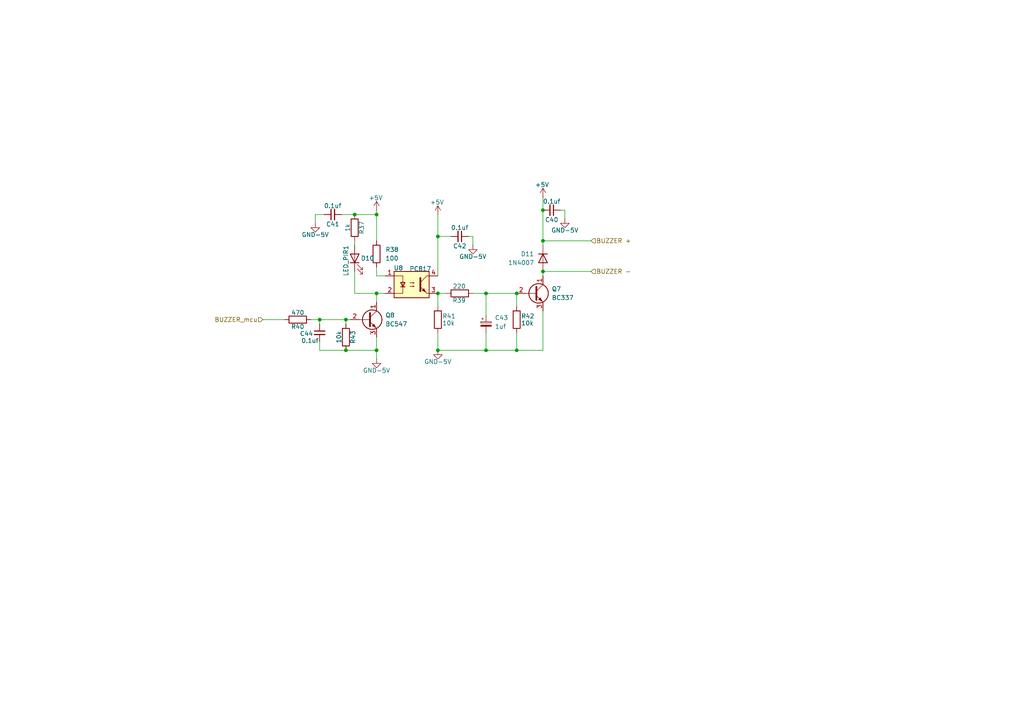
<source format=kicad_sch>
(kicad_sch (version 20250114) (generator "eeschema") (generator_version "9.0")
  (paper "A4")
  (lib_symbols
    (symbol "Device:C_Polarized_Small" (pin_numbers (hide yes)) (pin_names (offset 0.254) (hide yes))
      (property "Reference" "C" (at 0.254 1.778 0))
      (property "Value" "C_Polarized_Small" (at 0.254 -2.032 0))
      (symbol "C_Polarized_Small_0_1"
        (rectangle (start -1.524 0.6858) (end 1.524 0.3048))
        (rectangle (start -1.524 -0.3048) (end 1.524 -0.6858) (fill (type outline)))
        (polyline (pts (xy -1.27 1.524) (xy -0.762 1.524)))
        (polyline (pts (xy -1.016 1.27) (xy -1.016 1.778)))
      )
      (symbol "C_Polarized_Small_1_1"
        (pin passive line (at 0 2.54 270) (length 1.8542) (name "~") (number "1"))
        (pin passive line (at 0 -2.54 90) (length 1.8542) (name "~") (number "2"))
      )
    )
    (symbol "Device:C_Small" (pin_numbers (hide yes)) (pin_names (offset 0.254) (hide yes))
      (property "Reference" "C" (at 0.254 1.778 0))
      (property "Value" "C_Small" (at 0.254 -2.032 0))
      (symbol "C_Small_0_1"
        (polyline (pts (xy -1.524 0.508) (xy 1.524 0.508)) (stroke (width 0.3048)))
        (polyline (pts (xy -1.524 -0.508) (xy 1.524 -0.508)) (stroke (width 0.3302)))
      )
      (symbol "C_Small_1_1"
        (pin passive line (at 0 2.54 270) (length 2.032) (name "~") (number "1"))
        (pin passive line (at 0 -2.54 90) (length 2.032) (name "~") (number "2"))
      )
    )
    (symbol "Device:LED" (pin_numbers (hide yes)) (pin_names (offset 1.016) (hide yes))
      (property "Reference" "D" (at 0 2.54 0))
      (property "Value" "LED" (at 0 -2.54 0))
      (symbol "LED_0_1"
        (polyline (pts (xy -3.048 -0.762) (xy -4.572 -2.286) (xy -3.81 -2.286) (xy -4.572 -2.286) (xy -4.572 -1.524)))
        (polyline (pts (xy -1.778 -0.762) (xy -3.302 -2.286) (xy -2.54 -2.286) (xy -3.302 -2.286) (xy -3.302 -1.524)))
        (polyline (pts (xy -1.27 0) (xy 1.27 0)))
        (polyline (pts (xy -1.27 -1.27) (xy -1.27 1.27)) (stroke (width 0.254)))
        (polyline (pts (xy 1.27 -1.27) (xy 1.27 1.27) (xy -1.27 0) (xy 1.27 -1.27)) (stroke (width 0.254)))
      )
      (symbol "LED_1_1"
        (pin passive line (at -3.81 0 0) (length 2.54) (name "K") (number "1"))
        (pin passive line (at 3.81 0 180) (length 2.54) (name "A") (number "2"))
      )
    )
    (symbol "Device:R" (pin_numbers (hide yes)) (pin_names (offset 0))
      (property "Reference" "R" (at 2.032 0 90))
      (property "Value" "R" (at 0 0 90))
      (symbol "R_0_1"
        (rectangle (start -1.016 -2.54) (end 1.016 2.54) (stroke (width 0.254)))
      )
      (symbol "R_1_1"
        (pin passive line (at 0 3.81 270) (length 1.27) (name "~") (number "1"))
        (pin passive line (at 0 -3.81 90) (length 1.27) (name "~") (number "2"))
      )
    )
    (symbol "Diode:1N4007" (pin_numbers (hide yes)) (pin_names (hide yes))
      (property "Reference" "D" (at 0 2.54 0))
      (property "Value" "1N4007" (at 0 -2.54 0))
      (symbol "1N4007_0_1"
        (polyline (pts (xy -1.27 1.27) (xy -1.27 -1.27)) (stroke (width 0.254)))
        (polyline (pts (xy 1.27 1.27) (xy 1.27 -1.27) (xy -1.27 0) (xy 1.27 1.27)) (stroke (width 0.254)))
        (polyline (pts (xy 1.27 0) (xy -1.27 0)))
      )
      (symbol "1N4007_1_1"
        (pin passive line (at -3.81 0 0) (length 2.54) (name "K") (number "1"))
        (pin passive line (at 3.81 0 180) (length 2.54) (name "A") (number "2"))
      )
    )
    (symbol "Isolator:PC817" (pin_names (offset 1.016))
      (property "Reference" "U" (at -5.08 5.08 0))
      (property "Value" "PC817" (at 0 5.08 0))
      (symbol "PC817_0_1"
        (rectangle (start -5.08 3.81) (end 5.08 -3.81) (stroke (width 0.254)) (fill (type background)))
        (polyline (pts (xy -5.08 2.54) (xy -2.54 2.54) (xy -2.54 -0.635)))
        (polyline (pts (xy -3.175 -0.635) (xy -1.905 -0.635)) (stroke (width 0.254)))
        (polyline (pts (xy -2.54 -0.635) (xy -2.54 -2.54) (xy -5.08 -2.54)))
        (polyline (pts (xy -2.54 -0.635) (xy -3.175 0.635) (xy -1.905 0.635) (xy -2.54 -0.635)) (stroke (width 0.254)))
        (polyline (pts (xy -0.508 0.508) (xy 0.762 0.508) (xy 0.381 0.381) (xy 0.381 0.635) (xy 0.762 0.508)))
        (polyline (pts (xy -0.508 -0.508) (xy 0.762 -0.508) (xy 0.381 -0.635) (xy 0.381 -0.381) (xy 0.762 -0.508)))
        (polyline (pts (xy 2.54 1.905) (xy 2.54 -1.905) (xy 2.54 -1.905)) (stroke (width 0.508)))
        (polyline (pts (xy 2.54 0.635) (xy 4.445 2.54)))
        (polyline (pts (xy 3.048 -1.651) (xy 3.556 -1.143) (xy 4.064 -2.159) (xy 3.048 -1.651) (xy 3.048 -1.651)) (fill (type outline)))
        (polyline (pts (xy 4.445 2.54) (xy 5.08 2.54)))
        (polyline (pts (xy 4.445 -2.54) (xy 2.54 -0.635)) (fill (type outline)))
        (polyline (pts (xy 4.445 -2.54) (xy 5.08 -2.54)))
      )
      (symbol "PC817_1_1"
        (pin passive line (at -7.62 2.54 0) (length 2.54) (name "~") (number "1"))
        (pin passive line (at -7.62 -2.54 0) (length 2.54) (name "~") (number "2"))
        (pin passive line (at 7.62 2.54 180) (length 2.54) (name "~") (number "4"))
        (pin passive line (at 7.62 -2.54 180) (length 2.54) (name "~") (number "3"))
      )
    )
    (symbol "Transistor_BJT:BC337" (pin_names (offset 0) (hide yes))
      (property "Reference" "Q" (at 5.08 1.905 0))
      (property "Value" "BC337" (at 5.08 0 0))
      (symbol "BC337_0_1"
        (polyline (pts (xy -2.54 0) (xy 0.635 0)))
        (polyline (pts (xy 0.635 1.905) (xy 0.635 -1.905)) (stroke (width 0.508)))
        (circle (center 1.27 0) (radius 2.8194) (stroke (width 0.254)))
      )
      (symbol "BC337_1_1"
        (polyline (pts (xy 0.635 0.635) (xy 2.54 2.54)))
        (polyline (pts (xy 0.635 -0.635) (xy 2.54 -2.54)))
        (polyline (pts (xy 1.27 -1.778) (xy 1.778 -1.27) (xy 2.286 -2.286) (xy 1.27 -1.778)) (fill (type outline)))
        (pin input line (at -5.08 0 0) (length 2.54) (name "B") (number "2"))
        (pin passive line (at 2.54 5.08 270) (length 2.54) (name "C") (number "1"))
        (pin passive line (at 2.54 -5.08 90) (length 2.54) (name "E") (number "3"))
      )
    )
    (symbol "Transistor_BJT:BC547" (pin_names (offset 0) (hide yes))
      (property "Reference" "Q" (at 5.08 1.905 0))
      (property "Value" "BC547" (at 5.08 0 0))
      (symbol "BC547_0_1"
        (polyline (pts (xy -2.54 0) (xy 0.635 0)))
        (polyline (pts (xy 0.635 1.905) (xy 0.635 -1.905)) (stroke (width 0.508)))
        (circle (center 1.27 0) (radius 2.8194) (stroke (width 0.254)))
      )
      (symbol "BC547_1_1"
        (polyline (pts (xy 0.635 0.635) (xy 2.54 2.54)))
        (polyline (pts (xy 0.635 -0.635) (xy 2.54 -2.54)))
        (polyline (pts (xy 1.27 -1.778) (xy 1.778 -1.27) (xy 2.286 -2.286) (xy 1.27 -1.778)) (fill (type outline)))
        (pin input line (at -5.08 0 0) (length 2.54) (name "B") (number "2"))
        (pin passive line (at 2.54 5.08 270) (length 2.54) (name "C") (number "1"))
        (pin passive line (at 2.54 -5.08 90) (length 2.54) (name "E") (number "3"))
      )
    )
    (symbol "power:+5V" (power) (pin_numbers (hide yes)) (pin_names (offset 0) (hide yes))
      (property "Value" "+5V" (at 0 3.556 0))
      (symbol "+5V_0_1"
        (polyline (pts (xy -0.762 1.27) (xy 0 2.54)))
        (polyline (pts (xy 0 2.54) (xy 0.762 1.27)))
        (polyline (pts (xy 0 0) (xy 0 2.54)))
      )
      (symbol "+5V_1_1"
        (pin power_in line (at 0 0 90) (length 0) (name "~") (number "1"))
      )
    )
    (symbol "power:GND" (power) (pin_numbers (hide yes)) (pin_names (offset 0) (hide yes))
      (property "Value" "GND" (at 0 -3.81 0))
      (symbol "GND_0_1"
        (polyline (pts (xy 0 0) (xy 0 -1.27) (xy 1.27 -1.27) (xy 0 -2.54) (xy -1.27 -1.27) (xy 0 -1.27)))
      )
      (symbol "GND_1_1"
        (pin power_in line (at 0 0 270) (length 0) (name "~") (number "1"))
      )
    )
  )
  (junction (at 149.86 101.6))
  (junction (at 140.97 85.09))
  (junction (at 157.48 60.96))
  (junction (at 109.22 62.23))
  (junction (at 100.33 101.6))
  (junction (at 127 68.58))
  (junction (at 127 101.6))
  (junction (at 92.71 92.71))
  (junction (at 157.48 69.85))
  (junction (at 100.33 92.71))
  (junction (at 109.22 85.09))
  (junction (at 149.86 85.09))
  (junction (at 140.97 101.6))
  (junction (at 157.48 78.74))
  (junction (at 109.22 101.6))
  (junction (at 127 85.09))
  (junction (at 102.87 62.23))
  (wire (pts (xy 100.33 92.71) (xy 101.6 92.71)))
  (wire (pts (xy 157.48 69.85) (xy 171.45 69.85)))
  (wire (pts (xy 99.06 62.23) (xy 102.87 62.23)))
  (wire (pts (xy 137.16 85.09) (xy 140.97 85.09)))
  (wire (pts (xy 92.71 92.71) (xy 92.71 93.98)))
  (wire (pts (xy 140.97 101.6) (xy 149.86 101.6)))
  (wire (pts (xy 157.48 101.6) (xy 149.86 101.6)))
  (wire (pts (xy 76.2 92.71) (xy 82.55 92.71)))
  (wire (pts (xy 149.86 85.09) (xy 140.97 85.09)))
  (wire (pts (xy 92.71 101.6) (xy 100.33 101.6)))
  (wire (pts (xy 140.97 96.52) (xy 140.97 101.6)))
  (wire (pts (xy 100.33 92.71) (xy 100.33 93.98)))
  (wire (pts (xy 149.86 96.52) (xy 149.86 101.6)))
  (wire (pts (xy 127 101.6) (xy 140.97 101.6)))
  (wire (pts (xy 102.87 62.23) (xy 109.22 62.23)))
  (wire (pts (xy 127 62.23) (xy 127 68.58)))
  (wire (pts (xy 91.44 64.77) (xy 91.44 62.23)))
  (wire (pts (xy 127 68.58) (xy 127 80.01)))
  (wire (pts (xy 157.48 78.74) (xy 157.48 80.01)))
  (wire (pts (xy 109.22 77.47) (xy 109.22 80.01)))
  (wire (pts (xy 157.48 57.15) (xy 157.48 60.96)))
  (wire (pts (xy 140.97 85.09) (xy 140.97 91.44)))
  (wire (pts (xy 109.22 62.23) (xy 109.22 69.85)))
  (wire (pts (xy 157.48 90.17) (xy 157.48 101.6)))
  (wire (pts (xy 102.87 78.74) (xy 102.87 85.09)))
  (wire (pts (xy 91.44 62.23) (xy 93.98 62.23)))
  (wire (pts (xy 109.22 101.6) (xy 109.22 104.14)))
  (wire (pts (xy 157.48 60.96) (xy 157.48 69.85)))
  (wire (pts (xy 157.48 69.85) (xy 157.48 71.12)))
  (wire (pts (xy 127 96.52) (xy 127 101.6)))
  (wire (pts (xy 90.17 92.71) (xy 92.71 92.71)))
  (wire (pts (xy 92.71 99.06) (xy 92.71 101.6)))
  (wire (pts (xy 137.16 71.12) (xy 137.16 68.58)))
  (wire (pts (xy 149.86 88.9) (xy 149.86 85.09)))
  (wire (pts (xy 127 85.09) (xy 127 88.9)))
  (wire (pts (xy 109.22 85.09) (xy 111.76 85.09)))
  (wire (pts (xy 171.45 78.74) (xy 157.48 78.74)))
  (wire (pts (xy 100.33 101.6) (xy 109.22 101.6)))
  (wire (pts (xy 109.22 97.79) (xy 109.22 101.6)))
  (wire (pts (xy 163.83 63.5) (xy 163.83 60.96)))
  (wire (pts (xy 163.83 60.96) (xy 162.56 60.96)))
  (wire (pts (xy 92.71 92.71) (xy 100.33 92.71)))
  (wire (pts (xy 102.87 69.85) (xy 102.87 71.12)))
  (wire (pts (xy 127 85.09) (xy 129.54 85.09)))
  (wire (pts (xy 127 68.58) (xy 130.81 68.58)))
  (wire (pts (xy 109.22 60.96) (xy 109.22 62.23)))
  (wire (pts (xy 109.22 80.01) (xy 111.76 80.01)))
  (wire (pts (xy 102.87 85.09) (xy 109.22 85.09)))
  (wire (pts (xy 109.22 87.63) (xy 109.22 85.09)))
  (wire (pts (xy 137.16 68.58) (xy 135.89 68.58)))
  (hierarchical_label "BUZZER -" (shape input) (at 171.45 78.74 0))
  (hierarchical_label "BUZZER +" (shape input) (at 171.45 69.85 0))
  (hierarchical_label "BUZZER_mcu" (shape input) (at 76.2 92.71 180))
  (symbol (lib_id "Device:R") (at 127 92.71 0) (unit 1)
    (property "Reference" "R41" (at 128.27 91.694 0) (effects (justify left)))
    (property "Value" "10k" (at 128.27 93.726 0) (effects (justify left)))
    (property "Footprint" "Resistor_THT:R_Axial_DIN0204_L3.6mm_D1.6mm_P7.62mm_Horizontal" (effects (hide yes)))
    (property "Description" "Resistor" (effects (hide yes)))
  )
  (symbol (lib_id "Device:R") (at 149.86 92.71 0) (unit 1)
    (property "Reference" "R42" (at 151.13 91.694 0) (effects (justify left)))
    (property "Value" "10k" (at 151.13 93.726 0) (effects (justify left)))
    (property "Footprint" "Resistor_THT:R_Axial_DIN0204_L3.6mm_D1.6mm_P7.62mm_Horizontal" (effects (hide yes)))
    (property "Description" "Resistor" (effects (hide yes)))
  )
  (symbol (lib_id "Device:R") (at 133.35 85.09 90) (unit 1)
    (property "Reference" "R39" (at 135.128 87.122 90) (effects (justify left)))
    (property "Value" "220" (at 135.128 83.058 90) (effects (justify left)))
    (property "Footprint" "Resistor_THT:R_Axial_DIN0204_L3.6mm_D1.6mm_P7.62mm_Horizontal" (effects (hide yes)))
    (property "Description" "Resistor" (effects (hide yes)))
  )
  (symbol (lib_id "power:GND") (at 137.16 71.12 0) (unit 1)
    (property "Reference" "#PWR072" (effects (hide yes)))
    (property "Value" "GND-5V" (at 137.16 74.422 0))
    (property "Description" "Power symbol creates a global label with name \"GND\" , ground" (effects (hide yes)))
  )
  (symbol (lib_id "power:+5V") (at 157.48 57.15 0) (unit 1)
    (property "Reference" "#PWR067" (effects (hide yes)))
    (property "Value" "+5V" (at 157.226 53.594 0))
    (property "Description" "Power symbol creates a global label with name \"+5V\"" (effects (hide yes)))
  )
  (symbol (lib_id "Device:R") (at 100.33 97.79 180) (unit 1)
    (property "Reference" "R43" (at 102.362 97.79 90))
    (property "Value" "10k" (at 98.298 97.79 90))
    (property "Footprint" "Resistor_THT:R_Axial_DIN0204_L3.6mm_D1.6mm_P7.62mm_Horizontal" (effects (hide yes)))
    (property "Description" "Resistor" (effects (hide yes)))
  )
  (symbol (lib_id "Device:LED") (at 102.87 74.93 90) (unit 1)
    (property "Reference" "D10" (at 104.648 74.93 90) (effects (justify right)))
    (property "Value" "LED_PIR1" (at 100.33 71.12 0) (effects (justify right)))
    (property "Footprint" "LED_THT:LED_D3.0mm" (effects (hide yes)))
    (property "Description" "Light emitting diode" (effects (hide yes)))
    (property "Sim.Pins" "1=K 2=A" (effects (hide yes)))
  )
  (symbol (lib_id "Isolator:PC817") (at 119.38 82.55 0) (unit 1)
    (property "Reference" "U8" (at 115.57 77.724 0))
    (property "Value" "PC817" (at 121.92 77.978 0))
    (property "Footprint" "Package_DIP:DIP-4_W7.62mm" (effects (hide yes)))
    (property "Datasheet" "http://www.soselectronic.cz/a_info/resource/d/pc817.pdf" (effects (hide yes)))
    (property "Description" "DC Optocoupler, Vce 35V, CTR 50-300%, DIP-4" (effects (hide yes)))
  )
  (symbol (lib_id "power:GND") (at 163.83 63.5 0) (unit 1)
    (property "Reference" "#PWR070" (effects (hide yes)))
    (property "Value" "GND-5V" (at 163.83 66.802 0))
    (property "Description" "Power symbol creates a global label with name \"GND\" , ground" (effects (hide yes)))
  )
  (symbol (lib_id "power:+5V") (at 127 62.23 0) (unit 1)
    (property "Reference" "#PWR069" (effects (hide yes)))
    (property "Value" "+5V" (at 126.746 58.674 0))
    (property "Description" "Power symbol creates a global label with name \"+5V\"" (effects (hide yes)))
  )
  (symbol (lib_id "Transistor_BJT:BC547") (at 106.68 92.71 0) (unit 1)
    (property "Reference" "Q8" (at 111.76 91.4399 0) (effects (justify left)))
    (property "Value" "BC547" (at 111.76 93.9799 0) (effects (justify left)))
    (property "Footprint" "Package_TO_SOT_THT:TO-92_Inline" (effects (hide yes)))
    (property "Datasheet" "https://www.onsemi.com/pub/Collateral/BC550-D.pdf" (effects (hide yes)))
    (property "Description" "0.1A Ic, 45V Vce, Small Signal NPN Transistor, TO-92" (effects (hide yes)))
  )
  (symbol (lib_id "Device:C_Small") (at 160.02 60.96 270) (mirror x) (unit 1)
    (property "Reference" "C40" (at 160.02 63.754 90))
    (property "Value" "0.1uf" (at 160.02 58.42 90))
    (property "Footprint" "Capacitor_THT:C_Disc_D3.8mm_W2.6mm_P2.50mm" (effects (hide yes)))
    (property "Description" "Unpolarized capacitor, small symbol" (effects (hide yes)))
  )
  (symbol (lib_id "Device:C_Small") (at 133.35 68.58 270) (mirror x) (unit 1)
    (property "Reference" "C42" (at 133.35 71.374 90))
    (property "Value" "0.1uf" (at 133.35 66.04 90))
    (property "Footprint" "Capacitor_THT:C_Disc_D3.8mm_W2.6mm_P2.50mm" (effects (hide yes)))
    (property "Description" "Unpolarized capacitor, small symbol" (effects (hide yes)))
  )
  (symbol (lib_id "Device:R") (at 86.36 92.71 90) (unit 1)
    (property "Reference" "R40" (at 86.36 94.742 90))
    (property "Value" "470" (at 86.36 90.678 90))
    (property "Footprint" "Resistor_THT:R_Axial_DIN0204_L3.6mm_D1.6mm_P7.62mm_Horizontal" (effects (hide yes)))
    (property "Description" "Resistor" (effects (hide yes)))
  )
  (symbol (lib_id "Device:C_Small") (at 96.52 62.23 90) (unit 1)
    (property "Reference" "C41" (at 96.52 65.024 90))
    (property "Value" "0.1uf" (at 96.52 59.69 90))
    (property "Footprint" "Capacitor_THT:C_Disc_D3.8mm_W2.6mm_P2.50mm" (effects (hide yes)))
    (property "Description" "Unpolarized capacitor, small symbol" (effects (hide yes)))
  )
  (symbol (lib_id "Device:C_Polarized_Small") (at 140.97 93.98 0) (unit 1)
    (property "Reference" "C43" (at 143.51 92.1638 0) (effects (justify left)))
    (property "Value" "1uf" (at 143.51 94.7038 0) (effects (justify left)))
    (property "Footprint" "Capacitor_THT:CP_Radial_Tantal_D5.5mm_P2.50mm" (effects (hide yes)))
    (property "Description" "Polarized capacitor, small symbol" (effects (hide yes)))
  )
  (symbol (lib_id "power:+5V") (at 109.22 60.96 0) (unit 1)
    (property "Reference" "#PWR068" (effects (hide yes)))
    (property "Value" "+5V" (at 108.966 57.404 0))
    (property "Description" "Power symbol creates a global label with name \"+5V\"" (effects (hide yes)))
  )
  (symbol (lib_id "Device:C_Small") (at 92.71 96.52 0) (mirror y) (unit 1)
    (property "Reference" "C44" (at 88.9 96.774 0))
    (property "Value" "0.1uf" (at 89.916 98.806 0))
    (property "Footprint" "Capacitor_THT:C_Disc_D3.8mm_W2.6mm_P2.50mm" (effects (hide yes)))
    (property "Description" "Unpolarized capacitor, small symbol" (effects (hide yes)))
  )
  (symbol (lib_id "Diode:1N4007") (at 157.48 74.93 270) (unit 1)
    (property "Reference" "D11" (at 154.94 73.6599 90) (effects (justify right)))
    (property "Value" "1N4007" (at 154.94 76.1999 90) (effects (justify right)))
    (property "Footprint" "Diode_THT:D_DO-41_SOD81_P10.16mm_Horizontal" (effects (hide yes)))
    (property "Datasheet" "http://www.vishay.com/docs/88503/1n4001.pdf" (effects (hide yes)))
    (property "Description" "1000V 1A General Purpose Rectifier Diode, DO-41" (effects (hide yes)))
    (property "Sim.Device" "D" (effects (hide yes)))
    (property "Sim.Pins" "1=K 2=A" (effects (hide yes)))
  )
  (symbol (lib_id "power:GND") (at 91.44 64.77 0) (unit 1)
    (property "Reference" "#PWR071" (effects (hide yes)))
    (property "Value" "GND-5V" (at 91.44 68.072 0))
    (property "Description" "Power symbol creates a global label with name \"GND\" , ground" (effects (hide yes)))
  )
  (symbol (lib_id "Transistor_BJT:BC337") (at 154.94 85.09 0) (unit 1)
    (property "Reference" "Q7" (at 160.02 83.8199 0) (effects (justify left)))
    (property "Value" "BC337" (at 160.02 86.3599 0) (effects (justify left)))
    (property "Footprint" "Package_TO_SOT_THT:TO-92_Inline" (effects (hide yes)))
    (property "Datasheet" "https://diotec.com/tl_files/diotec/files/pdf/datasheets/bc337.pdf" (effects (hide yes)))
    (property "Description" "0.8A Ic, 45V Vce, NPN Transistor, TO-92" (effects (hide yes)))
  )
  (symbol (lib_id "power:GND") (at 109.22 104.14 0) (unit 1)
    (property "Reference" "#PWR074" (effects (hide yes)))
    (property "Value" "GND-5V" (at 109.22 107.442 0))
    (property "Description" "Power symbol creates a global label with name \"GND\" , ground" (effects (hide yes)))
  )
  (symbol (lib_id "power:GND") (at 127 101.6 0) (unit 1)
    (property "Reference" "#PWR073" (effects (hide yes)))
    (property "Value" "GND-5V" (at 127 104.902 0))
    (property "Description" "Power symbol creates a global label with name \"GND\" , ground" (effects (hide yes)))
  )
  (symbol (lib_id "Device:R") (at 109.22 73.66 0) (unit 1)
    (property "Reference" "R38" (at 111.76 72.3899 0) (effects (justify left)))
    (property "Value" "100" (at 111.76 74.9299 0) (effects (justify left)))
    (property "Footprint" "Resistor_THT:R_Axial_DIN0204_L3.6mm_D1.6mm_P7.62mm_Horizontal" (effects (hide yes)))
    (property "Description" "Resistor" (effects (hide yes)))
  )
  (symbol (lib_id "Device:R") (at 102.87 66.04 180) (unit 1)
    (property "Reference" "R37" (at 104.902 66.04 90))
    (property "Value" "1k" (at 100.838 66.04 90))
    (property "Footprint" "Resistor_THT:R_Axial_DIN0204_L3.6mm_D1.6mm_P7.62mm_Horizontal" (effects (hide yes)))
    (property "Description" "Resistor" (effects (hide yes)))
  )
)
</source>
